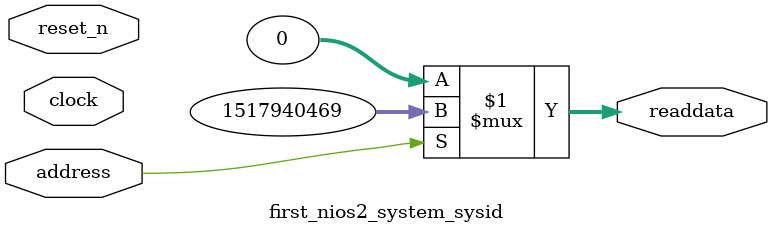
<source format=v>

`timescale 1ns / 1ps
// synthesis translate_on

// turn off superfluous verilog processor warnings 
// altera message_level Level1 
// altera message_off 10034 10035 10036 10037 10230 10240 10030 

module first_nios2_system_sysid (
               // inputs:
                address,
                clock,
                reset_n,

               // outputs:
                readdata
             )
;

  output  [ 31: 0] readdata;
  input            address;
  input            clock;
  input            reset_n;

  wire    [ 31: 0] readdata;
  //control_slave, which is an e_avalon_slave
  assign readdata = address ? 1517940469 : 0;

endmodule




</source>
